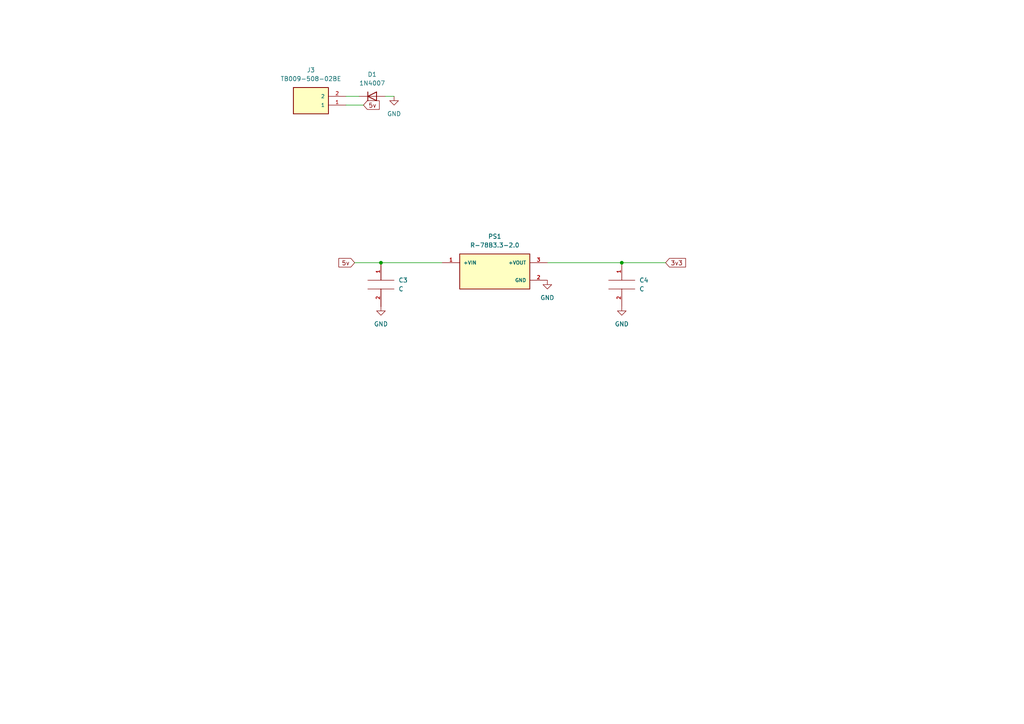
<source format=kicad_sch>
(kicad_sch (version 20211123) (generator eeschema)
  (paper "A4")
  (lib_symbols
    (symbol "Diode:1N4007" (pin_numbers hide) (pin_names hide)
      (property "Reference" "D" (at 0 2.54 0))
      (property "Value" "1N4007" (at 0 -2.54 0))
      (symbol "1N4007_0_1"
        (polyline (pts (xy -1.27 1.27) (xy -1.27 -1.27)) (stroke (width 0.254)))
        (polyline (pts (xy 1.27 0) (xy -1.27 0)))
        (polyline (pts (xy 1.27 1.27) (xy 1.27 -1.27) (xy -1.27 0) (xy 1.27 1.27)) (stroke (width 0.254)))
      )
      (symbol "1N4007_1_1"
        (pin passive line (at -3.81 0 0) (length 2.54) (name "K") (number "1"))
        (pin passive line (at 3.81 0 180) (length 2.54) (name "A") (number "2"))
      )
    )
    (symbol "R-78B3.3-2.0:R-78B3.3-2.0" (pin_names (offset 1.016))
      (property "Reference" "PS" (at -10.16 6.35 0))
      (property "Value" "R-78B3.3-2.0" (at -10.16 -7.62 0))
      (symbol "R-78B3.3-2.0_0_0"
        (rectangle (start -10.16 -5.08) (end 10.16 5.08) (stroke (width 0.254)) (fill (type background)))
        (pin input line (at -15.24 2.54 0) (length 5.08) (name "+VIN") (number "1"))
        (pin power_in line (at 15.24 -2.54 180) (length 5.08) (name "GND") (number "2"))
        (pin output line (at 15.24 2.54 180) (length 5.08) (name "+VOUT") (number "3"))
      )
    )
    (symbol "TB009-508-02BE:TB009-508-02BE" (pin_names (offset 1.016))
      (property "Reference" "J" (at -5.588 5.08 0))
      (property "Value" "TB009-508-02BE" (at -5.08 -5.08 0))
      (symbol "TB009-508-02BE_0_0"
        (rectangle (start -5.08 -2.54) (end 5.08 5.08) (stroke (width 0.254)) (fill (type background)))
        (pin passive line (at -10.16 2.54 0) (length 5.08) (name "1") (number "1"))
        (pin passive line (at -10.16 0 0) (length 5.08) (name "2") (number "2"))
      )
    )
    (symbol "power:GND" (power) (pin_names (offset 0))
      (property "Value" "GND" (at 0 -3.81 0))
      (symbol "GND_0_1"
        (polyline (pts (xy 0 0) (xy 0 -1.27) (xy 1.27 -1.27) (xy 0 -2.54) (xy -1.27 -1.27) (xy 0 -1.27)))
      )
      (symbol "GND_1_1"
        (pin power_in line (at 0 0 270) (length 0) hide (name "GND") (number "1"))
      )
    )
    (symbol "pspice:C" (pin_names (offset 0.254))
      (property "Reference" "C" (at 2.54 3.81 90))
      (property "Value" "C" (at 2.54 -3.81 90))
      (symbol "C_0_1"
        (polyline (pts (xy -3.81 -1.27) (xy 3.81 -1.27)))
        (polyline (pts (xy -3.81 1.27) (xy 3.81 1.27)))
      )
      (symbol "C_1_1"
        (pin passive line (at 0 6.35 270) (length 5.08) (name "~") (number "1"))
        (pin passive line (at 0 -6.35 90) (length 5.08) (name "~") (number "2"))
      )
    )
  )
  (junction (at 110.49 76.2))
  (junction (at 180.34 76.2))
  (wire (pts (xy 180.34 76.2) (xy 193.04 76.2)))
  (wire (pts (xy 105.41 30.48) (xy 100.33 30.48)))
  (wire (pts (xy 102.87 76.2) (xy 110.49 76.2)))
  (wire (pts (xy 158.75 76.2) (xy 180.34 76.2)))
  (wire (pts (xy 114.3 27.94) (xy 111.76 27.94)))
  (wire (pts (xy 110.49 76.2) (xy 128.27 76.2)))
  (wire (pts (xy 104.14 27.94) (xy 100.33 27.94)))
  (global_label "3v3" (shape input) (at 193.04 76.2 0) (property "Intersheet References" "${INTERSHEET_REFS}" (effects hide)))
  (global_label "5v" (shape input) (at 102.87 76.2 180) (property "Intersheet References" "${INTERSHEET_REFS}" (effects hide)))
  (global_label "5v" (shape input) (at 105.41 30.48 0) (property "Intersheet References" "${INTERSHEET_REFS}" (effects hide)))
  (symbol (lib_id "R-78B3.3-2.0:R-78B3.3-2.0") (at 143.51 78.74 0) (unit 1)
    (property "Reference" "PS1" (at 143.51 68.58 0))
    (property "Value" "R-78B3.3-2.0" (at 143.51 71.12 0))
    (property "Footprint" "SnapEDA Library:CONV_R-78B3.3-2.0" (effects hide))
    (property "Availability" "In Stock" (effects hide))
    (property "Package" "SIP-3 Recom Power" (effects hide))
    (property "MP" "R-78B3.3-2.0" (effects hide))
    (property "Purchase-URL" "https://pricing.snapeda.com/search/part/R-78B3.3-2.0/?ref=eda" (effects hide))
    (property "Description" "2A DC/DC-Converter 'INNOLINE' SIP3 reg" (effects hide))
    (property "MF" "Recom Power" (effects hide))
    (property "Price" "None" (effects hide))
  )
  (symbol (lib_id "power:GND") (at 114.3 27.94 0) (unit 1)
    (property "Reference" "#PWR07" (effects hide))
    (property "Value" "GND" (at 114.3 33.02 0))
  )
  (symbol (lib_id "Diode:1N4007") (at 107.95 27.94 0) (unit 1)
    (property "Reference" "D1" (at 107.95 21.59 0))
    (property "Value" "1N4007" (at 107.95 24.13 0))
    (property "Footprint" "Diode_THT:D_DO-41_SOD81_P10.16mm_Horizontal" (effects hide))
    (property "Datasheet" "http://www.vishay.com/docs/88503/1n4001.pdf" (effects hide))
  )
  (symbol (lib_id "pspice:C") (at 180.34 82.55 0) (unit 1)
    (property "Reference" "C4" (at 185.42 81.2799 0) (effects (justify left)))
    (property "Value" "C" (at 185.42 83.8199 0) (effects (justify left)))
    (property "Footprint" "Capacitor_THT:C_Disc_D5.0mm_W2.5mm_P5.00mm" (effects hide))
  )
  (symbol (lib_id "power:GND") (at 110.49 88.9 0) (unit 1)
    (property "Reference" "#PWR06" (effects hide))
    (property "Value" "GND" (at 110.49 93.98 0))
  )
  (symbol (lib_id "power:GND") (at 158.75 81.28 0) (unit 1)
    (property "Reference" "#PWR08" (effects hide))
    (property "Value" "GND" (at 158.75 86.36 0))
  )
  (symbol (lib_id "power:GND") (at 180.34 88.9 0) (unit 1)
    (property "Reference" "#PWR09" (effects hide))
    (property "Value" "GND" (at 180.34 93.98 0))
  )
  (symbol (lib_id "TB009-508-02BE:TB009-508-02BE") (at 90.17 27.94 180) (unit 1)
    (property "Reference" "J3" (at 90.17 20.32 0))
    (property "Value" "TB009-508-02BE" (at 90.17 22.86 0))
    (property "Footprint" "SnapEDA Library:CUI_TB009-508-02BE" (effects hide))
    (property "STANDARD" "Manufacturer Recommendations" (effects hide))
    (property "MANUFACTURER" "CUI" (effects hide))
  )
  (symbol (lib_id "pspice:C") (at 110.49 82.55 0) (unit 1)
    (property "Reference" "C3" (at 115.57 81.2799 0) (effects (justify left)))
    (property "Value" "C" (at 115.57 83.8199 0) (effects (justify left)))
    (property "Footprint" "Capacitor_THT:C_Disc_D5.0mm_W2.5mm_P5.00mm" (effects hide))
  )
)
</source>
